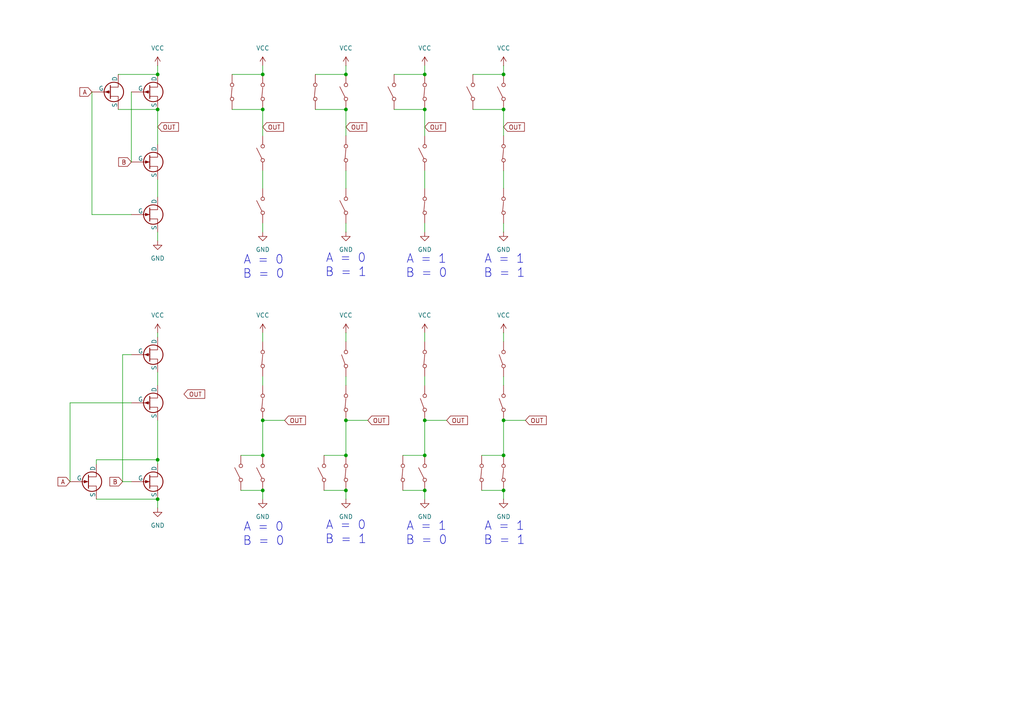
<source format=kicad_sch>
(kicad_sch (version 20250114) (generator "eeschema") (generator_version "9.0")
  (paper "A4")
  (lib_symbols
    (symbol "SW_SPST_1" (pin_numbers (hide yes)) (pin_names (offset 0) (hide yes))
      (symbol "SW_SPST_1_0_0"
        (circle (center -2.032 0) (radius 0.508))
        (polyline (pts (xy -1.524 0.254) (xy 1.27 0)))
        (circle (center 2.032 0) (radius 0.508))
      )
      (symbol "SW_SPST_1_1_1"
        (pin passive line (at -5.08 0 0) (length 2.54) (name "A") (number "1"))
        (pin passive line (at 5.08 0 180) (length 2.54) (name "B") (number "2"))
      )
    )
    (symbol "SW_SPST_10" (pin_numbers (hide yes)) (pin_names (offset 0) (hide yes))
      (symbol "SW_SPST_10_0_0"
        (circle (center -2.032 0) (radius 0.508))
        (polyline (pts (xy -1.524 0.254) (xy 1.27 0)))
        (circle (center 2.032 0) (radius 0.508))
      )
      (symbol "SW_SPST_10_1_1"
        (pin passive line (at -5.08 0 0) (length 2.54) (name "A") (number "1"))
        (pin passive line (at 5.08 0 180) (length 2.54) (name "B") (number "2"))
      )
    )
    (symbol "SW_SPST_11" (pin_numbers (hide yes)) (pin_names (offset 0) (hide yes))
      (symbol "SW_SPST_11_0_0"
        (circle (center -2.032 0) (radius 0.508))
        (polyline (pts (xy -1.524 0.254) (xy 1.27 1.27)))
        (circle (center 2.032 0) (radius 0.508))
      )
      (symbol "SW_SPST_11_1_1"
        (pin passive line (at -5.08 0 0) (length 2.54) (name "A") (number "1"))
        (pin passive line (at 5.08 0 180) (length 2.54) (name "B") (number "2"))
      )
    )
    (symbol "SW_SPST_12" (pin_numbers (hide yes)) (pin_names (offset 0) (hide yes))
      (symbol "SW_SPST_12_0_0"
        (circle (center -2.032 0) (radius 0.508))
        (polyline (pts (xy -1.524 0.254) (xy 1.27 0)))
        (circle (center 2.032 0) (radius 0.508))
      )
      (symbol "SW_SPST_12_1_1"
        (pin passive line (at -5.08 0 0) (length 2.54) (name "A") (number "1"))
        (pin passive line (at 5.08 0 180) (length 2.54) (name "B") (number "2"))
      )
    )
    (symbol "SW_SPST_13" (pin_numbers (hide yes)) (pin_names (offset 0) (hide yes))
      (symbol "SW_SPST_13_0_0"
        (circle (center -2.032 0) (radius 0.508))
        (polyline (pts (xy -1.524 0.254) (xy 1.27 1.27)))
        (circle (center 2.032 0) (radius 0.508))
      )
      (symbol "SW_SPST_13_1_1"
        (pin passive line (at -5.08 0 0) (length 2.54) (name "A") (number "1"))
        (pin passive line (at 5.08 0 180) (length 2.54) (name "B") (number "2"))
      )
    )
    (symbol "SW_SPST_14" (pin_numbers (hide yes)) (pin_names (offset 0) (hide yes))
      (symbol "SW_SPST_14_0_0"
        (circle (center -2.032 0) (radius 0.508))
        (polyline (pts (xy -1.524 0.254) (xy 1.27 1.27)))
        (circle (center 2.032 0) (radius 0.508))
      )
      (symbol "SW_SPST_14_1_1"
        (pin passive line (at -5.08 0 0) (length 2.54) (name "A") (number "1"))
        (pin passive line (at 5.08 0 180) (length 2.54) (name "B") (number "2"))
      )
    )
    (symbol "SW_SPST_15" (pin_numbers (hide yes)) (pin_names (offset 0) (hide yes))
      (symbol "SW_SPST_15_0_0"
        (circle (center -2.032 0) (radius 0.508))
        (polyline (pts (xy -1.524 0.254) (xy 1.27 0)))
        (circle (center 2.032 0) (radius 0.508))
      )
      (symbol "SW_SPST_15_1_1"
        (pin passive line (at -5.08 0 0) (length 2.54) (name "A") (number "1"))
        (pin passive line (at 5.08 0 180) (length 2.54) (name "B") (number "2"))
      )
    )
    (symbol "SW_SPST_16" (pin_numbers (hide yes)) (pin_names (offset 0) (hide yes))
      (symbol "SW_SPST_16_0_0"
        (circle (center -2.032 0) (radius 0.508))
        (polyline (pts (xy -1.524 0.254) (xy 1.27 0)))
        (circle (center 2.032 0) (radius 0.508))
      )
      (symbol "SW_SPST_16_1_1"
        (pin passive line (at -5.08 0 0) (length 2.54) (name "A") (number "1"))
        (pin passive line (at 5.08 0 180) (length 2.54) (name "B") (number "2"))
      )
    )
    (symbol "SW_SPST_2" (pin_numbers (hide yes)) (pin_names (offset 0) (hide yes))
      (symbol "SW_SPST_2_0_0"
        (circle (center -2.032 0) (radius 0.508))
        (polyline (pts (xy -1.524 0.254) (xy 1.27 0)))
        (circle (center 2.032 0) (radius 0.508))
      )
      (symbol "SW_SPST_2_1_1"
        (pin passive line (at -5.08 0 0) (length 2.54) (name "A") (number "1"))
        (pin passive line (at 5.08 0 180) (length 2.54) (name "B") (number "2"))
      )
    )
    (symbol "SW_SPST_3" (pin_numbers (hide yes)) (pin_names (offset 0) (hide yes))
      (symbol "SW_SPST_3_0_0"
        (circle (center -2.032 0) (radius 0.508))
        (polyline (pts (xy -1.524 0.254) (xy 1.27 0)))
        (circle (center 2.032 0) (radius 0.508))
      )
      (symbol "SW_SPST_3_1_1"
        (pin passive line (at -5.08 0 0) (length 2.54) (name "A") (number "1"))
        (pin passive line (at 5.08 0 180) (length 2.54) (name "B") (number "2"))
      )
    )
    (symbol "SW_SPST_4" (pin_numbers (hide yes)) (pin_names (offset 0) (hide yes))
      (symbol "SW_SPST_4_0_0"
        (circle (center -2.032 0) (radius 0.508))
        (polyline (pts (xy -1.524 0.254) (xy 1.27 0)))
        (circle (center 2.032 0) (radius 0.508))
      )
      (symbol "SW_SPST_4_1_1"
        (pin passive line (at -5.08 0 0) (length 2.54) (name "A") (number "1"))
        (pin passive line (at 5.08 0 180) (length 2.54) (name "B") (number "2"))
      )
    )
    (symbol "SW_SPST_5" (pin_numbers (hide yes)) (pin_names (offset 0) (hide yes))
      (symbol "SW_SPST_5_0_0"
        (circle (center -2.032 0) (radius 0.508))
        (polyline (pts (xy -1.524 0.254) (xy 1.27 0)))
        (circle (center 2.032 0) (radius 0.508))
      )
      (symbol "SW_SPST_5_1_1"
        (pin passive line (at -5.08 0 0) (length 2.54) (name "A") (number "1"))
        (pin passive line (at 5.08 0 180) (length 2.54) (name "B") (number "2"))
      )
    )
    (symbol "SW_SPST_6" (pin_numbers (hide yes)) (pin_names (offset 0) (hide yes))
      (symbol "SW_SPST_6_0_0"
        (circle (center -2.032 0) (radius 0.508))
        (polyline (pts (xy -1.524 0.254) (xy 1.27 0)))
        (circle (center 2.032 0) (radius 0.508))
      )
      (symbol "SW_SPST_6_1_1"
        (pin passive line (at -5.08 0 0) (length 2.54) (name "A") (number "1"))
        (pin passive line (at 5.08 0 180) (length 2.54) (name "B") (number "2"))
      )
    )
    (symbol "SW_SPST_7" (pin_numbers (hide yes)) (pin_names (offset 0) (hide yes))
      (symbol "SW_SPST_7_0_0"
        (circle (center -2.032 0) (radius 0.508))
        (polyline (pts (xy -1.524 0.254) (xy 1.27 0)))
        (circle (center 2.032 0) (radius 0.508))
      )
      (symbol "SW_SPST_7_1_1"
        (pin passive line (at -5.08 0 0) (length 2.54) (name "A") (number "1"))
        (pin passive line (at 5.08 0 180) (length 2.54) (name "B") (number "2"))
      )
    )
    (symbol "SW_SPST_8" (pin_numbers (hide yes)) (pin_names (offset 0) (hide yes))
      (symbol "SW_SPST_8_0_0"
        (circle (center -2.032 0) (radius 0.508))
        (polyline (pts (xy -1.524 0.254) (xy 1.27 0)))
        (circle (center 2.032 0) (radius 0.508))
      )
      (symbol "SW_SPST_8_1_1"
        (pin passive line (at -5.08 0 0) (length 2.54) (name "A") (number "1"))
        (pin passive line (at 5.08 0 180) (length 2.54) (name "B") (number "2"))
      )
    )
    (symbol "SW_SPST_9" (pin_numbers (hide yes)) (pin_names (offset 0) (hide yes))
      (symbol "SW_SPST_9_0_0"
        (circle (center -2.032 0) (radius 0.508))
        (polyline (pts (xy -1.524 0.254) (xy 1.27 1.27)))
        (circle (center 2.032 0) (radius 0.508))
      )
      (symbol "SW_SPST_9_1_1"
        (pin passive line (at -5.08 0 0) (length 2.54) (name "A") (number "1"))
        (pin passive line (at 5.08 0 180) (length 2.54) (name "B") (number "2"))
      )
    )
    (symbol "Simulation_SPICE:NJFET" (pin_numbers (hide yes)) (pin_names (offset 0))
      (property "Reference" "Q" (at 5.08 1.27 0))
      (property "Value" "NJFET" (at 5.08 -1.27 0))
      (symbol "NJFET_0_1"
        (polyline (pts (xy 0 0) (xy -1.016 0.381) (xy -1.016 -0.381) (xy 0 0)) (fill (type outline)))
        (polyline (pts (xy 0.254 1.905) (xy 0.254 -1.905) (xy 0.254 -1.905)) (stroke (width 0.254)))
        (circle (center 1.27 0) (radius 2.8194) (stroke (width 0.254)))
        (polyline (pts (xy 2.54 2.54) (xy 2.54 1.397) (xy 0.254 1.397)))
        (polyline (pts (xy 2.54 -2.54) (xy 2.54 -1.27) (xy 0.254 -1.27)))
      )
      (symbol "NJFET_1_1"
        (pin input line (at -5.08 0 0) (length 5.334) (name "G") (number "2"))
        (pin passive line (at 2.54 5.08 270) (length 2.54) (name "D") (number "1"))
        (pin passive line (at 2.54 -5.08 90) (length 2.54) (name "S") (number "3"))
      )
    )
    (symbol "Simulation_SPICE:PJFET" (pin_numbers (hide yes)) (pin_names (offset 0))
      (property "Reference" "Q" (at 5.08 1.27 0))
      (property "Value" "PJFET" (at 5.08 -1.27 0))
      (symbol "PJFET_0_1"
        (polyline (pts (xy -1.143 0) (xy -0.127 0.381) (xy -0.127 -0.381) (xy -1.143 0)) (fill (type outline)))
        (polyline (pts (xy 0.254 1.905) (xy 0.254 -1.905) (xy 0.254 -1.905)) (stroke (width 0.254)))
        (circle (center 1.27 0) (radius 2.8194) (stroke (width 0.254)))
        (polyline (pts (xy 2.54 2.54) (xy 2.54 1.397) (xy 0.254 1.397)))
        (polyline (pts (xy 2.54 -2.54) (xy 2.54 -1.27) (xy 0.254 -1.27)))
      )
      (symbol "PJFET_1_1"
        (pin input line (at -5.08 0 0) (length 5.334) (name "G") (number "2"))
        (pin passive line (at 2.54 5.08 270) (length 2.54) (name "D") (number "1"))
        (pin passive line (at 2.54 -5.08 90) (length 2.54) (name "S") (number "3"))
      )
    )
    (symbol "Switch:SW_SPST" (pin_numbers (hide yes)) (pin_names (offset 0) (hide yes))
      (property "Reference" "SW" (at 0 3.175 0))
      (property "Value" "SW_SPST" (at 0 -2.54 0))
      (symbol "SW_SPST_0_0"
        (circle (center -2.032 0) (radius 0.508))
        (polyline (pts (xy -1.524 0.254) (xy 1.524 1.778)))
        (circle (center 2.032 0) (radius 0.508))
      )
      (symbol "SW_SPST_1_1"
        (pin passive line (at -5.08 0 0) (length 2.54) (name "A") (number "1"))
        (pin passive line (at 5.08 0 180) (length 2.54) (name "B") (number "2"))
      )
    )
    (symbol "power:GND" (power) (pin_numbers (hide yes)) (pin_names (offset 0) (hide yes))
      (property "Value" "GND" (at 0 -3.81 0))
      (symbol "GND_0_1"
        (polyline (pts (xy 0 0) (xy 0 -1.27) (xy 1.27 -1.27) (xy 0 -2.54) (xy -1.27 -1.27) (xy 0 -1.27)))
      )
      (symbol "GND_1_1"
        (pin power_in line (at 0 0 270) (length 0) (name "~") (number "1"))
      )
    )
    (symbol "power:VCC" (power) (pin_numbers (hide yes)) (pin_names (offset 0) (hide yes))
      (property "Value" "VCC" (at 0 3.556 0))
      (symbol "VCC_0_1"
        (polyline (pts (xy -0.762 1.27) (xy 0 2.54)))
        (polyline (pts (xy 0 2.54) (xy 0.762 1.27)))
        (polyline (pts (xy 0 0) (xy 0 2.54)))
      )
      (symbol "VCC_1_1"
        (pin power_in line (at 0 0 90) (length 0) (name "~") (number "1"))
      )
    )
  )
  (text "A = 0\nB = 0" (at 76.454 77.47 0) (effects (font (size 2.54 2.54))))
  (text "A = 1\nB = 0\n" (at 123.698 154.686 0) (effects (font (size 2.54 2.54))))
  (text "A = 1\nB = 0\n" (at 123.698 77.216 0) (effects (font (size 2.54 2.54))))
  (text "A = 0\nB = 0" (at 76.454 154.94 0) (effects (font (size 2.54 2.54))))
  (text "A = 0\nB = 1\n" (at 100.33 76.962 0) (effects (font (size 2.54 2.54))))
  (text "A = 1\nB = 1\n" (at 146.304 77.216 0) (effects (font (size 2.54 2.54))))
  (text "A = 0\nB = 1\n" (at 100.33 154.432 0) (effects (font (size 2.54 2.54))))
  (text "A = 1\nB = 1\n" (at 146.304 154.686 0) (effects (font (size 2.54 2.54))))
  (junction (at 76.2 31.75))
  (junction (at 76.2 132.08))
  (junction (at 100.33 21.59))
  (junction (at 76.2 142.24))
  (junction (at 146.05 21.59))
  (junction (at 45.72 144.78))
  (junction (at 146.05 142.24))
  (junction (at 100.33 121.92))
  (junction (at 45.72 31.75))
  (junction (at 146.05 132.08))
  (junction (at 45.72 133.35))
  (junction (at 123.19 21.59))
  (junction (at 100.33 132.08))
  (junction (at 100.33 31.75))
  (junction (at 123.19 132.08))
  (junction (at 146.05 31.75))
  (junction (at 123.19 121.92))
  (junction (at 76.2 121.92))
  (junction (at 123.19 31.75))
  (junction (at 45.72 21.59))
  (junction (at 76.2 21.59))
  (junction (at 100.33 142.24))
  (junction (at 123.19 142.24))
  (junction (at 146.05 121.92))
  (wire (pts (xy 69.85 132.08) (xy 76.2 132.08)))
  (wire (pts (xy 34.29 21.59) (xy 45.72 21.59)))
  (wire (pts (xy 116.84 142.24) (xy 123.19 142.24)))
  (wire (pts (xy 100.33 49.53) (xy 100.33 54.61)))
  (wire (pts (xy 76.2 96.52) (xy 76.2 99.06)))
  (wire (pts (xy 67.31 31.75) (xy 76.2 31.75)))
  (wire (pts (xy 76.2 19.05) (xy 76.2 21.59)))
  (wire (pts (xy 146.05 31.75) (xy 146.05 39.37)))
  (wire (pts (xy 100.33 19.05) (xy 100.33 21.59)))
  (wire (pts (xy 146.05 142.24) (xy 146.05 144.78)))
  (wire (pts (xy 146.05 64.77) (xy 146.05 67.31)))
  (wire (pts (xy 123.19 121.92) (xy 123.19 132.08)))
  (wire (pts (xy 91.44 31.75) (xy 100.33 31.75)))
  (wire (pts (xy 38.1 26.67) (xy 38.1 46.99)))
  (wire (pts (xy 100.33 142.24) (xy 100.33 144.78)))
  (wire (pts (xy 76.2 64.77) (xy 76.2 67.31)))
  (wire (pts (xy 45.72 52.07) (xy 45.72 57.15)))
  (wire (pts (xy 45.72 121.92) (xy 45.72 133.35)))
  (wire (pts (xy 35.56 102.87) (xy 35.56 139.7)))
  (wire (pts (xy 137.16 31.75) (xy 146.05 31.75)))
  (wire (pts (xy 100.33 121.92) (xy 106.68 121.92)))
  (wire (pts (xy 45.72 67.31) (xy 45.72 69.85)))
  (wire (pts (xy 27.94 144.78) (xy 45.72 144.78)))
  (wire (pts (xy 100.33 31.75) (xy 100.33 39.37)))
  (wire (pts (xy 45.72 31.75) (xy 45.72 41.91)))
  (wire (pts (xy 91.44 21.59) (xy 100.33 21.59)))
  (wire (pts (xy 146.05 19.05) (xy 146.05 21.59)))
  (wire (pts (xy 93.98 132.08) (xy 100.33 132.08)))
  (wire (pts (xy 26.67 26.67) (xy 26.67 62.23)))
  (wire (pts (xy 20.32 139.7) (xy 20.32 116.84)))
  (wire (pts (xy 76.2 121.92) (xy 76.2 132.08)))
  (wire (pts (xy 69.85 142.24) (xy 76.2 142.24)))
  (wire (pts (xy 27.94 133.35) (xy 45.72 133.35)))
  (wire (pts (xy 45.72 133.35) (xy 45.72 134.62)))
  (wire (pts (xy 27.94 133.35) (xy 27.94 134.62)))
  (wire (pts (xy 146.05 121.92) (xy 152.4 121.92)))
  (wire (pts (xy 137.16 21.59) (xy 146.05 21.59)))
  (wire (pts (xy 146.05 109.22) (xy 146.05 111.76)))
  (wire (pts (xy 123.19 19.05) (xy 123.19 21.59)))
  (wire (pts (xy 100.33 64.77) (xy 100.33 67.31)))
  (wire (pts (xy 100.33 109.22) (xy 100.33 111.76)))
  (wire (pts (xy 26.67 62.23) (xy 38.1 62.23)))
  (wire (pts (xy 123.19 64.77) (xy 123.19 67.31)))
  (wire (pts (xy 45.72 107.95) (xy 45.72 111.76)))
  (wire (pts (xy 123.19 121.92) (xy 129.54 121.92)))
  (wire (pts (xy 139.7 142.24) (xy 146.05 142.24)))
  (wire (pts (xy 76.2 109.22) (xy 76.2 111.76)))
  (wire (pts (xy 114.3 21.59) (xy 123.19 21.59)))
  (wire (pts (xy 100.33 96.52) (xy 100.33 99.06)))
  (wire (pts (xy 146.05 96.52) (xy 146.05 99.06)))
  (wire (pts (xy 123.19 49.53) (xy 123.19 54.61)))
  (wire (pts (xy 93.98 142.24) (xy 100.33 142.24)))
  (wire (pts (xy 34.29 31.75) (xy 45.72 31.75)))
  (wire (pts (xy 146.05 49.53) (xy 146.05 54.61)))
  (wire (pts (xy 76.2 142.24) (xy 76.2 144.78)))
  (wire (pts (xy 67.31 21.59) (xy 76.2 21.59)))
  (wire (pts (xy 116.84 132.08) (xy 123.19 132.08)))
  (wire (pts (xy 76.2 31.75) (xy 76.2 39.37)))
  (wire (pts (xy 76.2 121.92) (xy 82.55 121.92)))
  (wire (pts (xy 35.56 139.7) (xy 38.1 139.7)))
  (wire (pts (xy 123.19 96.52) (xy 123.19 99.06)))
  (wire (pts (xy 123.19 142.24) (xy 123.19 144.78)))
  (wire (pts (xy 45.72 144.78) (xy 45.72 147.32)))
  (wire (pts (xy 139.7 132.08) (xy 146.05 132.08)))
  (wire (pts (xy 45.72 19.05) (xy 45.72 21.59)))
  (wire (pts (xy 114.3 31.75) (xy 123.19 31.75)))
  (wire (pts (xy 20.32 116.84) (xy 38.1 116.84)))
  (wire (pts (xy 100.33 121.92) (xy 100.33 132.08)))
  (wire (pts (xy 76.2 49.53) (xy 76.2 54.61)))
  (wire (pts (xy 38.1 102.87) (xy 35.56 102.87)))
  (wire (pts (xy 146.05 121.92) (xy 146.05 132.08)))
  (wire (pts (xy 123.19 109.22) (xy 123.19 111.76)))
  (wire (pts (xy 45.72 96.52) (xy 45.72 97.79)))
  (wire (pts (xy 123.19 31.75) (xy 123.19 39.37)))
  (global_label "OUT" (shape input) (at 146.05 36.83 0) (property "Intersheetrefs" "${INTERSHEET_REFS}" (effects (hide yes))))
  (global_label "A" (shape input) (at 20.32 139.7 180) (property "Intersheetrefs" "${INTERSHEET_REFS}" (effects (hide yes))))
  (global_label "OUT" (shape input) (at 100.33 36.83 0) (property "Intersheetrefs" "${INTERSHEET_REFS}" (effects (hide yes))))
  (global_label "OUT" (shape input) (at 82.55 121.92 0) (property "Intersheetrefs" "${INTERSHEET_REFS}" (effects (hide yes))))
  (global_label "OUT" (shape input) (at 123.19 36.83 0) (property "Intersheetrefs" "${INTERSHEET_REFS}" (effects (hide yes))))
  (global_label "B" (shape input) (at 35.56 139.7 180) (property "Intersheetrefs" "${INTERSHEET_REFS}" (effects (hide yes))))
  (global_label "OUT" (shape input) (at 53.34 114.3 0) (property "Intersheetrefs" "${INTERSHEET_REFS}" (effects (hide yes))))
  (global_label "OUT" (shape input) (at 129.54 121.92 0) (property "Intersheetrefs" "${INTERSHEET_REFS}" (effects (hide yes))))
  (global_label "OUT" (shape input) (at 76.2 36.83 0) (property "Intersheetrefs" "${INTERSHEET_REFS}" (effects (hide yes))))
  (global_label "A" (shape input) (at 26.67 26.67 180) (property "Intersheetrefs" "${INTERSHEET_REFS}" (effects (hide yes))))
  (global_label "OUT" (shape input) (at 152.4 121.92 0) (property "Intersheetrefs" "${INTERSHEET_REFS}" (effects (hide yes))))
  (global_label "B" (shape input) (at 38.1 46.99 180) (property "Intersheetrefs" "${INTERSHEET_REFS}" (effects (hide yes))))
  (global_label "OUT" (shape input) (at 106.68 121.92 0) (property "Intersheetrefs" "${INTERSHEET_REFS}" (effects (hide yes))))
  (global_label "OUT" (shape input) (at 45.72 36.83 0) (property "Intersheetrefs" "${INTERSHEET_REFS}" (effects (hide yes))))
  (symbol (lib_id "power:VCC") (at 123.19 19.05 0) (unit 1)
    (property "Reference" "#PWR07" (effects (hide yes)))
    (property "Value" "VCC" (at 123.19 13.97 0))
    (property "Description" "Power symbol creates a global label with name \"VCC\"" (effects (hide yes)))
  )
  (symbol (lib_id "Simulation_SPICE:NJFET") (at 43.18 62.23 0) (unit 1)
    (property "Reference" "Q2" (effects (hide yes)))
    (property "Value" "NJFET" (effects (hide yes)))
    (property "Datasheet" "https://ngspice.sourceforge.io/docs/ngspice-html-manual/manual.xhtml#cha_JFETs" (effects (hide yes)))
    (property "Description" "N-JFET transistor, for simulation only" (effects (hide yes)))
    (property "Sim.Device" "NJFET" (effects (hide yes)))
    (property "Sim.Type" "SHICHMANHODGES" (effects (hide yes)))
    (property "Sim.Pins" "1=D 2=G 3=S" (effects (hide yes)))
  )
  (symbol (lib_id "Switch:SW_SPST") (at 100.33 26.67 90) (unit 1)
    (property "Reference" "SW6" (effects (hide yes)))
    (property "Value" "SW_SPST" (effects (hide yes)))
    (property "Description" "Single Pole Single Throw (SPST) switch" (effects (hide yes)))
  )
  (symbol (lib_id "power:VCC") (at 123.19 96.52 0) (unit 1)
    (property "Reference" "#PWR017" (effects (hide yes)))
    (property "Value" "VCC" (at 123.19 91.44 0))
    (property "Description" "Power symbol creates a global label with name \"VCC\"" (effects (hide yes)))
  )
  (symbol (lib_name "SW_SPST_1") (lib_id "Switch:SW_SPST") (at 67.31 26.67 90) (unit 1)
    (property "Reference" "SW1" (effects (hide yes)))
    (property "Value" "SW_SPST" (effects (hide yes)))
    (property "Description" "Single Pole Single Throw (SPST) switch" (effects (hide yes)))
  )
  (symbol (lib_id "Switch:SW_SPST") (at 123.19 137.16 90) (unit 1)
    (property "Reference" "SW28" (effects (hide yes)))
    (property "Value" "SW_SPST" (effects (hide yes)))
    (property "Description" "Single Pole Single Throw (SPST) switch" (effects (hide yes)))
  )
  (symbol (lib_id "Simulation_SPICE:NJFET") (at 43.18 46.99 0) (unit 1)
    (property "Reference" "Q3" (effects (hide yes)))
    (property "Value" "NJFET" (effects (hide yes)))
    (property "Datasheet" "https://ngspice.sourceforge.io/docs/ngspice-html-manual/manual.xhtml#cha_JFETs" (effects (hide yes)))
    (property "Description" "N-JFET transistor, for simulation only" (effects (hide yes)))
    (property "Sim.Device" "NJFET" (effects (hide yes)))
    (property "Sim.Type" "SHICHMANHODGES" (effects (hide yes)))
    (property "Sim.Pins" "1=D 2=G 3=S" (effects (hide yes)))
  )
  (symbol (lib_id "Simulation_SPICE:NJFET") (at 25.4 139.7 0) (unit 1)
    (property "Reference" "Q7" (effects (hide yes)))
    (property "Value" "NJFET" (effects (hide yes)))
    (property "Datasheet" "https://ngspice.sourceforge.io/docs/ngspice-html-manual/manual.xhtml#cha_JFETs" (effects (hide yes)))
    (property "Description" "N-JFET transistor, for simulation only" (effects (hide yes)))
    (property "Sim.Device" "NJFET" (effects (hide yes)))
    (property "Sim.Type" "SHICHMANHODGES" (effects (hide yes)))
    (property "Sim.Pins" "1=D 2=G 3=S" (effects (hide yes)))
  )
  (symbol (lib_name "SW_SPST_6") (lib_id "Switch:SW_SPST") (at 123.19 59.69 90) (unit 1)
    (property "Reference" "SW12" (effects (hide yes)))
    (property "Value" "SW_SPST" (effects (hide yes)))
    (property "Description" "Single Pole Single Throw (SPST) switch" (effects (hide yes)))
  )
  (symbol (lib_name "SW_SPST_2") (lib_id "Switch:SW_SPST") (at 123.19 104.14 90) (unit 1)
    (property "Reference" "SW26" (effects (hide yes)))
    (property "Value" "SW_SPST" (effects (hide yes)))
    (property "Description" "Single Pole Single Throw (SPST) switch" (effects (hide yes)))
  )
  (symbol (lib_id "Switch:SW_SPST") (at 137.16 26.67 90) (unit 1)
    (property "Reference" "SW13" (effects (hide yes)))
    (property "Value" "SW_SPST" (effects (hide yes)))
    (property "Description" "Single Pole Single Throw (SPST) switch" (effects (hide yes)))
  )
  (symbol (lib_name "SW_SPST_3") (lib_id "Switch:SW_SPST") (at 91.44 26.67 90) (unit 1)
    (property "Reference" "SW5" (effects (hide yes)))
    (property "Value" "SW_SPST" (effects (hide yes)))
    (property "Description" "Single Pole Single Throw (SPST) switch" (effects (hide yes)))
  )
  (symbol (lib_id "power:VCC") (at 45.72 96.52 0) (unit 1)
    (property "Reference" "#PWR011" (effects (hide yes)))
    (property "Value" "VCC" (at 45.72 91.44 0))
    (property "Description" "Power symbol creates a global label with name \"VCC\"" (effects (hide yes)))
  )
  (symbol (lib_id "power:GND") (at 76.2 144.78 0) (unit 1)
    (property "Reference" "#PWR014" (effects (hide yes)))
    (property "Value" "GND" (at 76.2 149.86 0))
    (property "Description" "Power symbol creates a global label with name \"GND\" , ground" (effects (hide yes)))
  )
  (symbol (lib_name "SW_SPST_12") (lib_id "Switch:SW_SPST") (at 116.84 137.16 90) (unit 1)
    (property "Reference" "SW25" (effects (hide yes)))
    (property "Value" "SW_SPST" (effects (hide yes)))
    (property "Description" "Single Pole Single Throw (SPST) switch" (effects (hide yes)))
  )
  (symbol (lib_id "power:GND") (at 76.2 67.31 0) (unit 1)
    (property "Reference" "#PWR01" (effects (hide yes)))
    (property "Value" "GND" (at 76.2 72.39 0))
    (property "Description" "Power symbol creates a global label with name \"GND\" , ground" (effects (hide yes)))
  )
  (symbol (lib_name "SW_SPST_4") (lib_id "Switch:SW_SPST") (at 100.33 44.45 90) (unit 1)
    (property "Reference" "SW7" (effects (hide yes)))
    (property "Value" "SW_SPST" (effects (hide yes)))
    (property "Description" "Single Pole Single Throw (SPST) switch" (effects (hide yes)))
  )
  (symbol (lib_id "Simulation_SPICE:NJFET") (at 43.18 139.7 0) (unit 1)
    (property "Reference" "Q8" (effects (hide yes)))
    (property "Value" "NJFET" (effects (hide yes)))
    (property "Datasheet" "https://ngspice.sourceforge.io/docs/ngspice-html-manual/manual.xhtml#cha_JFETs" (effects (hide yes)))
    (property "Description" "N-JFET transistor, for simulation only" (effects (hide yes)))
    (property "Sim.Device" "NJFET" (effects (hide yes)))
    (property "Sim.Type" "SHICHMANHODGES" (effects (hide yes)))
    (property "Sim.Pins" "1=D 2=G 3=S" (effects (hide yes)))
  )
  (symbol (lib_id "Switch:SW_SPST") (at 123.19 44.45 90) (unit 1)
    (property "Reference" "SW11" (effects (hide yes)))
    (property "Value" "SW_SPST" (effects (hide yes)))
    (property "Description" "Single Pole Single Throw (SPST) switch" (effects (hide yes)))
  )
  (symbol (lib_name "SW_SPST_1") (lib_id "Switch:SW_SPST") (at 76.2 116.84 90) (unit 1)
    (property "Reference" "SW17" (effects (hide yes)))
    (property "Value" "SW_SPST" (effects (hide yes)))
    (property "Description" "Single Pole Single Throw (SPST) switch" (effects (hide yes)))
  )
  (symbol (lib_id "Switch:SW_SPST") (at 100.33 59.69 90) (unit 1)
    (property "Reference" "SW8" (effects (hide yes)))
    (property "Value" "SW_SPST" (effects (hide yes)))
    (property "Description" "Single Pole Single Throw (SPST) switch" (effects (hide yes)))
  )
  (symbol (lib_id "Switch:SW_SPST") (at 114.3 26.67 90) (unit 1)
    (property "Reference" "SW9" (effects (hide yes)))
    (property "Value" "SW_SPST" (effects (hide yes)))
    (property "Description" "Single Pole Single Throw (SPST) switch" (effects (hide yes)))
  )
  (symbol (lib_id "power:VCC") (at 100.33 19.05 0) (unit 1)
    (property "Reference" "#PWR05" (effects (hide yes)))
    (property "Value" "VCC" (at 100.33 13.97 0))
    (property "Description" "Power symbol creates a global label with name \"VCC\"" (effects (hide yes)))
  )
  (symbol (lib_id "power:GND") (at 123.19 67.31 0) (unit 1)
    (property "Reference" "#PWR08" (effects (hide yes)))
    (property "Value" "GND" (at 123.19 72.39 0))
    (property "Description" "Power symbol creates a global label with name \"GND\" , ground" (effects (hide yes)))
  )
  (symbol (lib_id "power:GND") (at 100.33 67.31 0) (unit 1)
    (property "Reference" "#PWR06" (effects (hide yes)))
    (property "Value" "GND" (at 100.33 72.39 0))
    (property "Description" "Power symbol creates a global label with name \"GND\" , ground" (effects (hide yes)))
  )
  (symbol (lib_name "SW_SPST_15") (lib_id "Switch:SW_SPST") (at 139.7 137.16 90) (unit 1)
    (property "Reference" "SW29" (effects (hide yes)))
    (property "Value" "SW_SPST" (effects (hide yes)))
    (property "Description" "Single Pole Single Throw (SPST) switch" (effects (hide yes)))
  )
  (symbol (lib_id "power:VCC") (at 100.33 96.52 0) (unit 1)
    (property "Reference" "#PWR015" (effects (hide yes)))
    (property "Value" "VCC" (at 100.33 91.44 0))
    (property "Description" "Power symbol creates a global label with name \"VCC\"" (effects (hide yes)))
  )
  (symbol (lib_name "SW_SPST_1") (lib_id "Switch:SW_SPST") (at 100.33 116.84 90) (unit 1)
    (property "Reference" "SW23" (effects (hide yes)))
    (property "Value" "SW_SPST" (effects (hide yes)))
    (property "Description" "Single Pole Single Throw (SPST) switch" (effects (hide yes)))
  )
  (symbol (lib_id "power:GND") (at 100.33 144.78 0) (unit 1)
    (property "Reference" "#PWR016" (effects (hide yes)))
    (property "Value" "GND" (at 100.33 149.86 0))
    (property "Description" "Power symbol creates a global label with name \"GND\" , ground" (effects (hide yes)))
  )
  (symbol (lib_id "power:GND") (at 146.05 67.31 0) (unit 1)
    (property "Reference" "#PWR010" (effects (hide yes)))
    (property "Value" "GND" (at 146.05 72.39 0))
    (property "Description" "Power symbol creates a global label with name \"GND\" , ground" (effects (hide yes)))
  )
  (symbol (lib_name "SW_SPST_13") (lib_id "Switch:SW_SPST") (at 146.05 104.14 90) (unit 1)
    (property "Reference" "SW30" (effects (hide yes)))
    (property "Value" "SW_SPST" (effects (hide yes)))
    (property "Description" "Single Pole Single Throw (SPST) switch" (effects (hide yes)))
  )
  (symbol (lib_name "SW_SPST_14") (lib_id "Switch:SW_SPST") (at 146.05 116.84 90) (unit 1)
    (property "Reference" "SW31" (effects (hide yes)))
    (property "Value" "SW_SPST" (effects (hide yes)))
    (property "Description" "Single Pole Single Throw (SPST) switch" (effects (hide yes)))
  )
  (symbol (lib_id "power:GND") (at 146.05 144.78 0) (unit 1)
    (property "Reference" "#PWR020" (effects (hide yes)))
    (property "Value" "GND" (at 146.05 149.86 0))
    (property "Description" "Power symbol creates a global label with name \"GND\" , ground" (effects (hide yes)))
  )
  (symbol (lib_name "SW_SPST_7") (lib_id "Switch:SW_SPST") (at 146.05 44.45 90) (unit 1)
    (property "Reference" "SW15" (effects (hide yes)))
    (property "Value" "SW_SPST" (effects (hide yes)))
    (property "Description" "Single Pole Single Throw (SPST) switch" (effects (hide yes)))
  )
  (symbol (lib_name "SW_SPST_16") (lib_id "Switch:SW_SPST") (at 146.05 137.16 90) (unit 1)
    (property "Reference" "SW32" (effects (hide yes)))
    (property "Value" "SW_SPST" (effects (hide yes)))
    (property "Description" "Single Pole Single Throw (SPST) switch" (effects (hide yes)))
  )
  (symbol (lib_id "Simulation_SPICE:PJFET") (at 43.18 26.67 0) (unit 1)
    (property "Reference" "Q4" (effects (hide yes)))
    (property "Value" "PJFET" (effects (hide yes)))
    (property "Datasheet" "https://ngspice.sourceforge.io/docs/ngspice-html-manual/manual.xhtml#cha_JFETs" (effects (hide yes)))
    (property "Description" "P-JFET transistor, for simulation only" (effects (hide yes)))
    (property "Sim.Device" "PJFET" (effects (hide yes)))
    (property "Sim.Type" "SHICHMANHODGES" (effects (hide yes)))
    (property "Sim.Pins" "1=D 2=G 3=S" (effects (hide yes)))
  )
  (symbol (lib_name "SW_SPST_2") (lib_id "Switch:SW_SPST") (at 76.2 104.14 90) (unit 1)
    (property "Reference" "SW18" (effects (hide yes)))
    (property "Value" "SW_SPST" (effects (hide yes)))
    (property "Description" "Single Pole Single Throw (SPST) switch" (effects (hide yes)))
  )
  (symbol (lib_id "power:GND") (at 123.19 144.78 0) (unit 1)
    (property "Reference" "#PWR018" (effects (hide yes)))
    (property "Value" "GND" (at 123.19 149.86 0))
    (property "Description" "Power symbol creates a global label with name \"GND\" , ground" (effects (hide yes)))
  )
  (symbol (lib_id "power:GND") (at 45.72 69.85 0) (unit 1)
    (property "Reference" "#PWR02" (effects (hide yes)))
    (property "Value" "GND" (at 45.72 74.93 0))
    (property "Description" "Power symbol creates a global label with name \"GND\" , ground" (effects (hide yes)))
  )
  (symbol (lib_name "SW_SPST_2") (lib_id "Switch:SW_SPST") (at 76.2 26.67 90) (unit 1)
    (property "Reference" "SW2" (effects (hide yes)))
    (property "Value" "SW_SPST" (effects (hide yes)))
    (property "Description" "Single Pole Single Throw (SPST) switch" (effects (hide yes)))
  )
  (symbol (lib_name "SW_SPST_10") (lib_id "Switch:SW_SPST") (at 100.33 137.16 90) (unit 1)
    (property "Reference" "SW24" (effects (hide yes)))
    (property "Value" "SW_SPST" (effects (hide yes)))
    (property "Description" "Single Pole Single Throw (SPST) switch" (effects (hide yes)))
  )
  (symbol (lib_name "SW_SPST_5") (lib_id "Switch:SW_SPST") (at 123.19 26.67 90) (unit 1)
    (property "Reference" "SW10" (effects (hide yes)))
    (property "Value" "SW_SPST" (effects (hide yes)))
    (property "Description" "Single Pole Single Throw (SPST) switch" (effects (hide yes)))
  )
  (symbol (lib_id "power:VCC") (at 76.2 19.05 0) (unit 1)
    (property "Reference" "#PWR04" (effects (hide yes)))
    (property "Value" "VCC" (at 76.2 13.97 0))
    (property "Description" "Power symbol creates a global label with name \"VCC\"" (effects (hide yes)))
  )
  (symbol (lib_id "Simulation_SPICE:PJFET") (at 43.18 116.84 0) (unit 1)
    (property "Reference" "Q5" (effects (hide yes)))
    (property "Value" "PJFET" (effects (hide yes)))
    (property "Datasheet" "https://ngspice.sourceforge.io/docs/ngspice-html-manual/manual.xhtml#cha_JFETs" (effects (hide yes)))
    (property "Description" "P-JFET transistor, for simulation only" (effects (hide yes)))
    (property "Sim.Device" "PJFET" (effects (hide yes)))
    (property "Sim.Type" "SHICHMANHODGES" (effects (hide yes)))
    (property "Sim.Pins" "1=D 2=G 3=S" (effects (hide yes)))
  )
  (symbol (lib_id "Simulation_SPICE:PJFET") (at 31.75 26.67 0) (unit 1)
    (property "Reference" "Q1" (effects (hide yes)))
    (property "Value" "PJFET" (effects (hide yes)))
    (property "Datasheet" "https://ngspice.sourceforge.io/docs/ngspice-html-manual/manual.xhtml#cha_JFETs" (effects (hide yes)))
    (property "Description" "P-JFET transistor, for simulation only" (effects (hide yes)))
    (property "Sim.Device" "PJFET" (effects (hide yes)))
    (property "Sim.Type" "SHICHMANHODGES" (effects (hide yes)))
    (property "Sim.Pins" "1=D 2=G 3=S" (effects (hide yes)))
  )
  (symbol (lib_id "Switch:SW_SPST") (at 76.2 44.45 90) (unit 1)
    (property "Reference" "SW3" (effects (hide yes)))
    (property "Value" "SW_SPST" (effects (hide yes)))
    (property "Description" "Single Pole Single Throw (SPST) switch" (effects (hide yes)))
  )
  (symbol (lib_id "Simulation_SPICE:PJFET") (at 43.18 102.87 0) (unit 1)
    (property "Reference" "Q6" (effects (hide yes)))
    (property "Value" "PJFET" (effects (hide yes)))
    (property "Datasheet" "https://ngspice.sourceforge.io/docs/ngspice-html-manual/manual.xhtml#cha_JFETs" (effects (hide yes)))
    (property "Description" "P-JFET transistor, for simulation only" (effects (hide yes)))
    (property "Sim.Device" "PJFET" (effects (hide yes)))
    (property "Sim.Type" "SHICHMANHODGES" (effects (hide yes)))
    (property "Sim.Pins" "1=D 2=G 3=S" (effects (hide yes)))
  )
  (symbol (lib_id "power:VCC") (at 76.2 96.52 0) (unit 1)
    (property "Reference" "#PWR013" (effects (hide yes)))
    (property "Value" "VCC" (at 76.2 91.44 0))
    (property "Description" "Power symbol creates a global label with name \"VCC\"" (effects (hide yes)))
  )
  (symbol (lib_id "Switch:SW_SPST") (at 69.85 137.16 90) (unit 1)
    (property "Reference" "SW19" (effects (hide yes)))
    (property "Value" "SW_SPST" (effects (hide yes)))
    (property "Description" "Single Pole Single Throw (SPST) switch" (effects (hide yes)))
  )
  (symbol (lib_id "power:VCC") (at 45.72 19.05 0) (unit 1)
    (property "Reference" "#PWR03" (effects (hide yes)))
    (property "Value" "VCC" (at 45.72 13.97 0))
    (property "Description" "Power symbol creates a global label with name \"VCC\"" (effects (hide yes)))
  )
  (symbol (lib_name "SW_SPST_11") (lib_id "Switch:SW_SPST") (at 123.19 116.84 90) (unit 1)
    (property "Reference" "SW27" (effects (hide yes)))
    (property "Value" "SW_SPST" (effects (hide yes)))
    (property "Description" "Single Pole Single Throw (SPST) switch" (effects (hide yes)))
  )
  (symbol (lib_id "power:VCC") (at 146.05 19.05 0) (unit 1)
    (property "Reference" "#PWR09" (effects (hide yes)))
    (property "Value" "VCC" (at 146.05 13.97 0))
    (property "Description" "Power symbol creates a global label with name \"VCC\"" (effects (hide yes)))
  )
  (symbol (lib_id "Switch:SW_SPST") (at 76.2 59.69 90) (unit 1)
    (property "Reference" "SW4" (effects (hide yes)))
    (property "Value" "SW_SPST" (effects (hide yes)))
    (property "Description" "Single Pole Single Throw (SPST) switch" (effects (hide yes)))
  )
  (symbol (lib_id "power:VCC") (at 146.05 96.52 0) (unit 1)
    (property "Reference" "#PWR019" (effects (hide yes)))
    (property "Value" "VCC" (at 146.05 91.44 0))
    (property "Description" "Power symbol creates a global label with name \"VCC\"" (effects (hide yes)))
  )
  (symbol (lib_name "SW_SPST_9") (lib_id "Switch:SW_SPST") (at 100.33 104.14 90) (unit 1)
    (property "Reference" "SW22" (effects (hide yes)))
    (property "Value" "SW_SPST" (effects (hide yes)))
    (property "Description" "Single Pole Single Throw (SPST) switch" (effects (hide yes)))
  )
  (symbol (lib_id "Switch:SW_SPST") (at 76.2 137.16 90) (unit 1)
    (property "Reference" "SW20" (effects (hide yes)))
    (property "Value" "SW_SPST" (effects (hide yes)))
    (property "Description" "Single Pole Single Throw (SPST) switch" (effects (hide yes)))
  )
  (symbol (lib_id "power:GND") (at 45.72 147.32 0) (unit 1)
    (property "Reference" "#PWR012" (effects (hide yes)))
    (property "Value" "GND" (at 45.72 152.4 0))
    (property "Description" "Power symbol creates a global label with name \"GND\" , ground" (effects (hide yes)))
  )
  (symbol (lib_name "SW_SPST_8") (lib_id "Switch:SW_SPST") (at 146.05 59.69 90) (unit 1)
    (property "Reference" "SW16" (effects (hide yes)))
    (property "Value" "SW_SPST" (effects (hide yes)))
    (property "Description" "Single Pole Single Throw (SPST) switch" (effects (hide yes)))
  )
  (symbol (lib_id "Switch:SW_SPST") (at 146.05 26.67 90) (unit 1)
    (property "Reference" "SW14" (effects (hide yes)))
    (property "Value" "SW_SPST" (effects (hide yes)))
    (property "Description" "Single Pole Single Throw (SPST) switch" (effects (hide yes)))
  )
  (symbol (lib_id "Switch:SW_SPST") (at 93.98 137.16 90) (unit 1)
    (property "Reference" "SW21" (effects (hide yes)))
    (property "Value" "SW_SPST" (effects (hide yes)))
    (property "Description" "Single Pole Single Throw (SPST) switch" (effects (hide yes)))
  )
)
</source>
